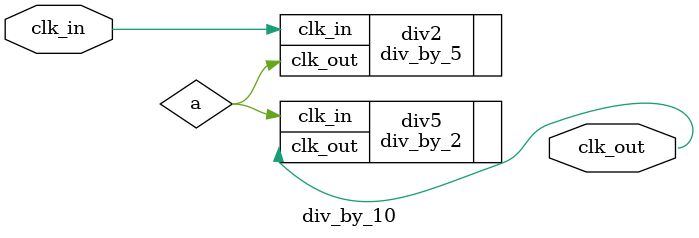
<source format=v>

module div_by_10(
	input clk_in,
	output clk_out
	);
	wire a;
	div_by_5 div2(.clk_in(clk_in), .clk_out(a));
	div_by_2 div5(.clk_in(a), .clk_out(clk_out));
endmodule
</source>
